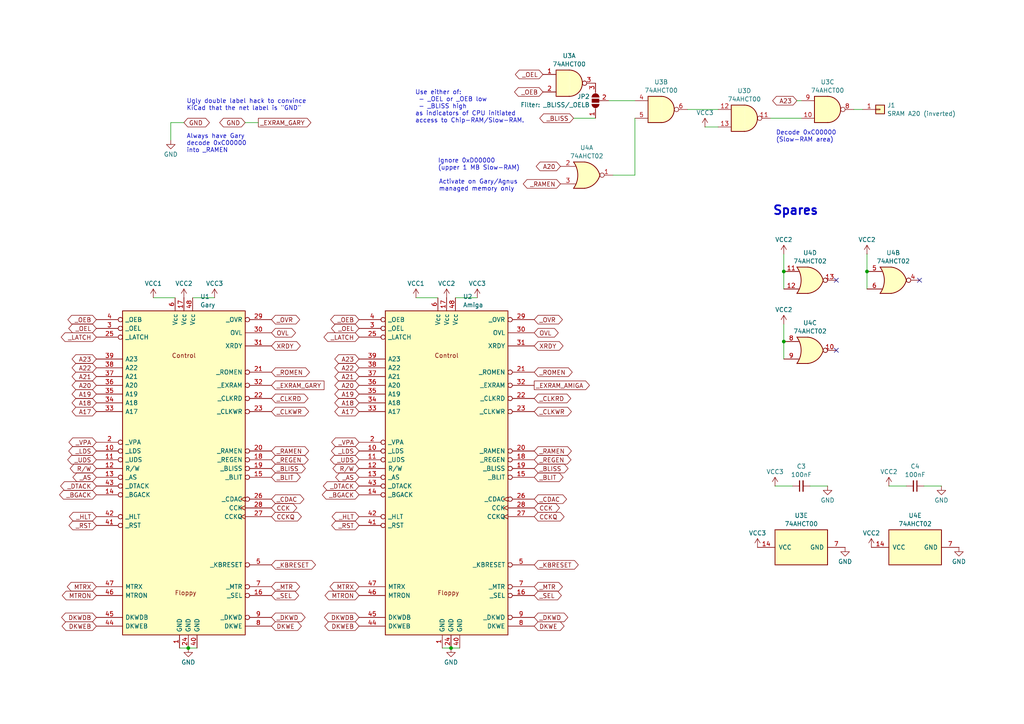
<source format=kicad_sch>
(kicad_sch (version 20231120) (generator "eeschema") (generator_version "8.0")
  (paper "A4")
  (lib_symbols
    (symbol "74xx:74HCT00" (pin_names (offset 1.016))
      (property "Reference" "U" (at 0 1.27 0))
      (property "Value" "74HCT00" (at 0 -1.27 0))
      (symbol "74HCT00_1_1"
        (arc (start 0 -3.81) (mid 3.7934 0) (end 0 3.81) (stroke (width 0.254)) (fill (type background)))
        (polyline (pts (xy 0 3.81) (xy -3.81 3.81) (xy -3.81 -3.81) (xy 0 -3.81)) (stroke (width 0.254)) (fill (type background)))
        (pin input line (at -7.62 2.54 0) (length 3.81) (name "~") (number "1"))
        (pin input line (at -7.62 -2.54 0) (length 3.81) (name "~") (number "2"))
        (pin output inverted (at 7.62 0 180) (length 3.81) (name "~") (number "3"))
      )
      (symbol "74HCT00_1_2"
        (arc (start -3.81 -3.81) (mid -2.589 0) (end -3.81 3.81) (stroke (width 0.254)))
        (arc (start -0.6096 -3.81) (mid 2.1842 -2.5851) (end 3.81 0) (stroke (width 0.254)) (fill (type background)))
        (polyline (pts (xy -3.81 -3.81) (xy -0.635 -3.81)) (stroke (width 0.254)) (fill (type background)))
        (polyline (pts (xy -3.81 3.81) (xy -0.635 3.81)) (stroke (width 0.254)) (fill (type background)))
        (polyline (pts (xy -0.635 3.81) (xy -3.81 3.81) (xy -3.81 3.81) (xy -3.556 3.4036) (xy -3.0226 2.2606) (xy -2.6924 1.0414) (xy -2.6162 -0.254) (xy -2.7686 -1.4986) (xy -3.175 -2.7178) (xy -3.81 -3.81) (xy -3.81 -3.81) (xy -0.635 -3.81)) (stroke (width -25.4)) (fill (type background)))
        (arc (start 3.81 0) (mid 2.1915 2.5936) (end -0.6096 3.81) (stroke (width 0.254)) (fill (type background)))
        (pin input inverted (at -7.62 2.54 0) (length 4.318) (name "~") (number "1"))
        (pin input inverted (at -7.62 -2.54 0) (length 4.318) (name "~") (number "2"))
        (pin output line (at 7.62 0 180) (length 3.81) (name "~") (number "3"))
      )
      (symbol "74HCT00_2_1"
        (arc (start 0 -3.81) (mid 3.7934 0) (end 0 3.81) (stroke (width 0.254)) (fill (type background)))
        (polyline (pts (xy 0 3.81) (xy -3.81 3.81) (xy -3.81 -3.81) (xy 0 -3.81)) (stroke (width 0.254)) (fill (type background)))
        (pin input line (at -7.62 2.54 0) (length 3.81) (name "~") (number "4"))
        (pin input line (at -7.62 -2.54 0) (length 3.81) (name "~") (number "5"))
        (pin output inverted (at 7.62 0 180) (length 3.81) (name "~") (number "6"))
      )
      (symbol "74HCT00_2_2"
        (arc (start -3.81 -3.81) (mid -2.589 0) (end -3.81 3.81) (stroke (width 0.254)))
        (arc (start -0.6096 -3.81) (mid 2.1842 -2.5851) (end 3.81 0) (stroke (width 0.254)) (fill (type background)))
        (polyline (pts (xy -3.81 -3.81) (xy -0.635 -3.81)) (stroke (width 0.254)) (fill (type background)))
        (polyline (pts (xy -3.81 3.81) (xy -0.635 3.81)) (stroke (width 0.254)) (fill (type background)))
        (polyline (pts (xy -0.635 3.81) (xy -3.81 3.81) (xy -3.81 3.81) (xy -3.556 3.4036) (xy -3.0226 2.2606) (xy -2.6924 1.0414) (xy -2.6162 -0.254) (xy -2.7686 -1.4986) (xy -3.175 -2.7178) (xy -3.81 -3.81) (xy -3.81 -3.81) (xy -0.635 -3.81)) (stroke (width -25.4)) (fill (type background)))
        (arc (start 3.81 0) (mid 2.1915 2.5936) (end -0.6096 3.81) (stroke (width 0.254)) (fill (type background)))
        (pin input inverted (at -7.62 2.54 0) (length 4.318) (name "~") (number "4"))
        (pin input inverted (at -7.62 -2.54 0) (length 4.318) (name "~") (number "5"))
        (pin output line (at 7.62 0 180) (length 3.81) (name "~") (number "6"))
      )
      (symbol "74HCT00_3_1"
        (arc (start 0 -3.81) (mid 3.7934 0) (end 0 3.81) (stroke (width 0.254)) (fill (type background)))
        (polyline (pts (xy 0 3.81) (xy -3.81 3.81) (xy -3.81 -3.81) (xy 0 -3.81)) (stroke (width 0.254)) (fill (type background)))
        (pin input line (at -7.62 -2.54 0) (length 3.81) (name "~") (number "10"))
        (pin output inverted (at 7.62 0 180) (length 3.81) (name "~") (number "8"))
        (pin input line (at -7.62 2.54 0) (length 3.81) (name "~") (number "9"))
      )
      (symbol "74HCT00_3_2"
        (arc (start -3.81 -3.81) (mid -2.589 0) (end -3.81 3.81) (stroke (width 0.254)))
        (arc (start -0.6096 -3.81) (mid 2.1842 -2.5851) (end 3.81 0) (stroke (width 0.254)) (fill (type background)))
        (polyline (pts (xy -3.81 -3.81) (xy -0.635 -3.81)) (stroke (width 0.254)) (fill (type background)))
        (polyline (pts (xy -3.81 3.81) (xy -0.635 3.81)) (stroke (width 0.254)) (fill (type background)))
        (polyline (pts (xy -0.635 3.81) (xy -3.81 3.81) (xy -3.81 3.81) (xy -3.556 3.4036) (xy -3.0226 2.2606) (xy -2.6924 1.0414) (xy -2.6162 -0.254) (xy -2.7686 -1.4986) (xy -3.175 -2.7178) (xy -3.81 -3.81) (xy -3.81 -3.81) (xy -0.635 -3.81)) (stroke (width -25.4)) (fill (type background)))
        (arc (start 3.81 0) (mid 2.1915 2.5936) (end -0.6096 3.81) (stroke (width 0.254)) (fill (type background)))
        (pin input inverted (at -7.62 -2.54 0) (length 4.318) (name "~") (number "10"))
        (pin output line (at 7.62 0 180) (length 3.81) (name "~") (number "8"))
        (pin input inverted (at -7.62 2.54 0) (length 4.318) (name "~") (number "9"))
      )
      (symbol "74HCT00_4_1"
        (arc (start 0 -3.81) (mid 3.7934 0) (end 0 3.81) (stroke (width 0.254)) (fill (type background)))
        (polyline (pts (xy 0 3.81) (xy -3.81 3.81) (xy -3.81 -3.81) (xy 0 -3.81)) (stroke (width 0.254)) (fill (type background)))
        (pin output inverted (at 7.62 0 180) (length 3.81) (name "~") (number "11"))
        (pin input line (at -7.62 2.54 0) (length 3.81) (name "~") (number "12"))
        (pin input line (at -7.62 -2.54 0) (length 3.81) (name "~") (number "13"))
      )
      (symbol "74HCT00_4_2"
        (arc (start -3.81 -3.81) (mid -2.589 0) (end -3.81 3.81) (stroke (width 0.254)))
        (arc (start -0.6096 -3.81) (mid 2.1842 -2.5851) (end 3.81 0) (stroke (width 0.254)) (fill (type background)))
        (polyline (pts (xy -3.81 -3.81) (xy -0.635 -3.81)) (stroke (width 0.254)) (fill (type background)))
        (polyline (pts (xy -3.81 3.81) (xy -0.635 3.81)) (stroke (width 0.254)) (fill (type background)))
        (polyline (pts (xy -0.635 3.81) (xy -3.81 3.81) (xy -3.81 3.81) (xy -3.556 3.4036) (xy -3.0226 2.2606) (xy -2.6924 1.0414) (xy -2.6162 -0.254) (xy -2.7686 -1.4986) (xy -3.175 -2.7178) (xy -3.81 -3.81) (xy -3.81 -3.81) (xy -0.635 -3.81)) (stroke (width -25.4)) (fill (type background)))
        (arc (start 3.81 0) (mid 2.1915 2.5936) (end -0.6096 3.81) (stroke (width 0.254)) (fill (type background)))
        (pin output line (at 7.62 0 180) (length 3.81) (name "~") (number "11"))
        (pin input inverted (at -7.62 2.54 0) (length 4.318) (name "~") (number "12"))
        (pin input inverted (at -7.62 -2.54 0) (length 4.318) (name "~") (number "13"))
      )
      (symbol "74HCT00_5_0"
        (pin power_in line (at 0 12.7 270) (length 5.08) (name "VCC") (number "14"))
        (pin power_in line (at 0 -12.7 90) (length 5.08) (name "GND") (number "7"))
      )
      (symbol "74HCT00_5_1"
        (rectangle (start -5.08 7.62) (end 5.08 -7.62) (stroke (width 0.254)) (fill (type background)))
      )
    )
    (symbol "74xx:74HCT02" (pin_names (offset 1.016))
      (property "Reference" "U" (at 0 1.27 0))
      (property "Value" "74HCT02" (at 0 -1.27 0))
      (symbol "74HCT02_1_1"
        (arc (start -3.81 -3.81) (mid -2.589 0) (end -3.81 3.81) (stroke (width 0.254)))
        (arc (start -0.6096 -3.81) (mid 2.1842 -2.5851) (end 3.81 0) (stroke (width 0.254)) (fill (type background)))
        (polyline (pts (xy -3.81 -3.81) (xy -0.635 -3.81)) (stroke (width 0.254)) (fill (type background)))
        (polyline (pts (xy -3.81 3.81) (xy -0.635 3.81)) (stroke (width 0.254)) (fill (type background)))
        (polyline (pts (xy -0.635 3.81) (xy -3.81 3.81) (xy -3.81 3.81) (xy -3.556 3.4036) (xy -3.0226 2.2606) (xy -2.6924 1.0414) (xy -2.6162 -0.254) (xy -2.7686 -1.4986) (xy -3.175 -2.7178) (xy -3.81 -3.81) (xy -3.81 -3.81) (xy -0.635 -3.81)) (stroke (width -25.4)) (fill (type background)))
        (arc (start 3.81 0) (mid 2.1915 2.5936) (end -0.6096 3.81) (stroke (width 0.254)) (fill (type background)))
        (pin output inverted (at 7.62 0 180) (length 3.81) (name "~") (number "1"))
        (pin input line (at -7.62 2.54 0) (length 4.318) (name "~") (number "2"))
        (pin input line (at -7.62 -2.54 0) (length 4.318) (name "~") (number "3"))
      )
      (symbol "74HCT02_1_2"
        (arc (start 0 -3.81) (mid 3.7934 0) (end 0 3.81) (stroke (width 0.254)) (fill (type background)))
        (polyline (pts (xy 0 3.81) (xy -3.81 3.81) (xy -3.81 -3.81) (xy 0 -3.81)) (stroke (width 0.254)) (fill (type background)))
        (pin output line (at 7.62 0 180) (length 3.81) (name "~") (number "1"))
        (pin input inverted (at -7.62 2.54 0) (length 3.81) (name "~") (number "2"))
        (pin input inverted (at -7.62 -2.54 0) (length 3.81) (name "~") (number "3"))
      )
      (symbol "74HCT02_2_1"
        (arc (start -3.81 -3.81) (mid -2.589 0) (end -3.81 3.81) (stroke (width 0.254)))
        (arc (start -0.6096 -3.81) (mid 2.1842 -2.5851) (end 3.81 0) (stroke (width 0.254)) (fill (type background)))
        (polyline (pts (xy -3.81 -3.81) (xy -0.635 -3.81)) (stroke (width 0.254)) (fill (type background)))
        (polyline (pts (xy -3.81 3.81) (xy -0.635 3.81)) (stroke (width 0.254)) (fill (type background)))
        (polyline (pts (xy -0.635 3.81) (xy -3.81 3.81) (xy -3.81 3.81) (xy -3.556 3.4036) (xy -3.0226 2.2606) (xy -2.6924 1.0414) (xy -2.6162 -0.254) (xy -2.7686 -1.4986) (xy -3.175 -2.7178) (xy -3.81 -3.81) (xy -3.81 -3.81) (xy -0.635 -3.81)) (stroke (width -25.4)) (fill (type background)))
        (arc (start 3.81 0) (mid 2.1915 2.5936) (end -0.6096 3.81) (stroke (width 0.254)) (fill (type background)))
        (pin output inverted (at 7.62 0 180) (length 3.81) (name "~") (number "4"))
        (pin input line (at -7.62 2.54 0) (length 4.318) (name "~") (number "5"))
        (pin input line (at -7.62 -2.54 0) (length 4.318) (name "~") (number "6"))
      )
      (symbol "74HCT02_2_2"
        (arc (start 0 -3.81) (mid 3.7934 0) (end 0 3.81) (stroke (width 0.254)) (fill (type background)))
        (polyline (pts (xy 0 3.81) (xy -3.81 3.81) (xy -3.81 -3.81) (xy 0 -3.81)) (stroke (width 0.254)) (fill (type background)))
        (pin output line (at 7.62 0 180) (length 3.81) (name "~") (number "4"))
        (pin input inverted (at -7.62 2.54 0) (length 3.81) (name "~") (number "5"))
        (pin input inverted (at -7.62 -2.54 0) (length 3.81) (name "~") (number "6"))
      )
      (symbol "74HCT02_3_1"
        (arc (start -3.81 -3.81) (mid -2.589 0) (end -3.81 3.81) (stroke (width 0.254)))
        (arc (start -0.6096 -3.81) (mid 2.1842 -2.5851) (end 3.81 0) (stroke (width 0.254)) (fill (type background)))
        (polyline (pts (xy -3.81 -3.81) (xy -0.635 -3.81)) (stroke (width 0.254)) (fill (type background)))
        (polyline (pts (xy -3.81 3.81) (xy -0.635 3.81)) (stroke (width 0.254)) (fill (type background)))
        (polyline (pts (xy -0.635 3.81) (xy -3.81 3.81) (xy -3.81 3.81) (xy -3.556 3.4036) (xy -3.0226 2.2606) (xy -2.6924 1.0414) (xy -2.6162 -0.254) (xy -2.7686 -1.4986) (xy -3.175 -2.7178) (xy -3.81 -3.81) (xy -3.81 -3.81) (xy -0.635 -3.81)) (stroke (width -25.4)) (fill (type background)))
        (arc (start 3.81 0) (mid 2.1915 2.5936) (end -0.6096 3.81) (stroke (width 0.254)) (fill (type background)))
        (pin output inverted (at 7.62 0 180) (length 3.81) (name "~") (number "10"))
        (pin input line (at -7.62 2.54 0) (length 4.318) (name "~") (number "8"))
        (pin input line (at -7.62 -2.54 0) (length 4.318) (name "~") (number "9"))
      )
      (symbol "74HCT02_3_2"
        (arc (start 0 -3.81) (mid 3.7934 0) (end 0 3.81) (stroke (width 0.254)) (fill (type background)))
        (polyline (pts (xy 0 3.81) (xy -3.81 3.81) (xy -3.81 -3.81) (xy 0 -3.81)) (stroke (width 0.254)) (fill (type background)))
        (pin output line (at 7.62 0 180) (length 3.81) (name "~") (number "10"))
        (pin input inverted (at -7.62 2.54 0) (length 3.81) (name "~") (number "8"))
        (pin input inverted (at -7.62 -2.54 0) (length 3.81) (name "~") (number "9"))
      )
      (symbol "74HCT02_4_1"
        (arc (start -3.81 -3.81) (mid -2.589 0) (end -3.81 3.81) (stroke (width 0.254)))
        (arc (start -0.6096 -3.81) (mid 2.1842 -2.5851) (end 3.81 0) (stroke (width 0.254)) (fill (type background)))
        (polyline (pts (xy -3.81 -3.81) (xy -0.635 -3.81)) (stroke (width 0.254)) (fill (type background)))
        (polyline (pts (xy -3.81 3.81) (xy -0.635 3.81)) (stroke (width 0.254)) (fill (type background)))
        (polyline (pts (xy -0.635 3.81) (xy -3.81 3.81) (xy -3.81 3.81) (xy -3.556 3.4036) (xy -3.0226 2.2606) (xy -2.6924 1.0414) (xy -2.6162 -0.254) (xy -2.7686 -1.4986) (xy -3.175 -2.7178) (xy -3.81 -3.81) (xy -3.81 -3.81) (xy -0.635 -3.81)) (stroke (width -25.4)) (fill (type background)))
        (arc (start 3.81 0) (mid 2.1915 2.5936) (end -0.6096 3.81) (stroke (width 0.254)) (fill (type background)))
        (pin input line (at -7.62 2.54 0) (length 4.318) (name "~") (number "11"))
        (pin input line (at -7.62 -2.54 0) (length 4.318) (name "~") (number "12"))
        (pin output inverted (at 7.62 0 180) (length 3.81) (name "~") (number "13"))
      )
      (symbol "74HCT02_4_2"
        (arc (start 0 -3.81) (mid 3.7934 0) (end 0 3.81) (stroke (width 0.254)) (fill (type background)))
        (polyline (pts (xy 0 3.81) (xy -3.81 3.81) (xy -3.81 -3.81) (xy 0 -3.81)) (stroke (width 0.254)) (fill (type background)))
        (pin input inverted (at -7.62 2.54 0) (length 3.81) (name "~") (number "11"))
        (pin input inverted (at -7.62 -2.54 0) (length 3.81) (name "~") (number "12"))
        (pin output line (at 7.62 0 180) (length 3.81) (name "~") (number "13"))
      )
      (symbol "74HCT02_5_0"
        (pin power_in line (at 0 12.7 270) (length 5.08) (name "VCC") (number "14"))
        (pin power_in line (at 0 -12.7 90) (length 5.08) (name "GND") (number "7"))
      )
      (symbol "74HCT02_5_1"
        (rectangle (start -5.08 7.62) (end 5.08 -7.62) (stroke (width 0.254)) (fill (type background)))
      )
    )
    (symbol "Amiga_Custom_Chips:Gary" (pin_names (offset 0.762))
      (property "Reference" "U" (at 0 2.54 0))
      (property "Value" "Gary" (at 0 -3.81 0))
      (symbol "Gary_0_1"
        (rectangle (start -17.78 46.99) (end 17.78 -46.99) (stroke (width 0.254)) (fill (type background)))
      )
      (symbol "Gary_1_1"
        (text "Control" (at 0 34.036 0) (effects (font (size 1.27 1.27))))
        (text "Floppy" (at 0.508 -34.798 0) (effects (font (size 1.27 1.27))))
        (pin power_in line (at -1.27 -50.8 90) (length 3.81) (name "GND") (number "1"))
        (pin input inverted (at -25.4 6.35 0) (length 7.62) (name "_LDS") (number "10"))
        (pin input inverted (at -25.4 3.81 0) (length 7.62) (name "_UDS") (number "11"))
        (pin input line (at -25.4 1.27 0) (length 7.62) (name "R/W") (number "12"))
        (pin input inverted (at -25.4 -1.27 0) (length 7.62) (name "_AS") (number "13"))
        (pin input inverted (at -25.4 -6.35 0) (length 7.62) (name "_BGACK") (number "14"))
        (pin input inverted (at 25.4 -1.27 180) (length 7.62) (name "_BLIT") (number "15"))
        (pin input inverted (at 25.4 -35.56 180) (length 7.62) (name "_SEL") (number "16"))
        (pin power_in line (at 0 50.8 270) (length 3.81) (name "Vcc") (number "17"))
        (pin output inverted (at 25.4 3.81 180) (length 7.62) (name "_REGEN") (number "18"))
        (pin output inverted (at 25.4 1.27 180) (length 7.62) (name "_BLISS") (number "19"))
        (pin output inverted (at -25.4 8.89 0) (length 7.62) (name "_VPA") (number "2"))
        (pin output inverted (at 25.4 6.35 180) (length 7.62) (name "_RAMEN") (number "20"))
        (pin output inverted (at 25.4 29.21 180) (length 7.62) (name "_ROMEN") (number "21"))
        (pin output inverted (at 25.4 21.59 180) (length 7.62) (name "_CLKRD") (number "22"))
        (pin output inverted (at 25.4 17.78 180) (length 7.62) (name "_CLKWR") (number "23"))
        (pin power_in line (at 1.27 -50.8 90) (length 3.81) (name "GND") (number "24"))
        (pin output inverted (at -25.4 39.37 0) (length 7.62) (name "_LATCH") (number "25"))
        (pin input inverted_clock (at 25.4 -7.62 180) (length 7.62) (name "_CDAC") (number "26"))
        (pin input clock (at 25.4 -12.7 180) (length 7.62) (name "CCKQ") (number "27"))
        (pin input clock (at 25.4 -10.16 180) (length 7.62) (name "CCK") (number "28"))
        (pin input inverted (at 25.4 44.45 180) (length 7.62) (name "_OVR") (number "29"))
        (pin output inverted (at -25.4 41.91 0) (length 7.62) (name "_OEL") (number "3"))
        (pin input line (at 25.4 40.64 180) (length 7.62) (name "OVL") (number "30"))
        (pin input line (at 25.4 36.83 180) (length 7.62) (name "XRDY") (number "31"))
        (pin input inverted (at 25.4 25.4 180) (length 7.62) (name "_EXRAM") (number "32"))
        (pin input line (at -25.4 17.78 0) (length 7.62) (name "A17") (number "33"))
        (pin input line (at -25.4 20.32 0) (length 7.62) (name "A18") (number "34"))
        (pin input line (at -25.4 22.86 0) (length 7.62) (name "A19") (number "35"))
        (pin input line (at -25.4 25.4 0) (length 7.62) (name "A20") (number "36"))
        (pin input line (at -25.4 27.94 0) (length 7.62) (name "A21") (number "37"))
        (pin input line (at -25.4 30.48 0) (length 7.62) (name "A22") (number "38"))
        (pin input line (at -25.4 33.02 0) (length 7.62) (name "A23") (number "39"))
        (pin output inverted (at -25.4 44.45 0) (length 7.62) (name "_OEB") (number "4"))
        (pin power_in line (at 3.81 -50.8 90) (length 3.81) (name "GND") (number "40"))
        (pin output inverted (at -25.4 -15.24 0) (length 7.62) (name "_RST") (number "41"))
        (pin output inverted (at -25.4 -12.7 0) (length 7.62) (name "_HLT") (number "42"))
        (pin output inverted (at -25.4 -3.81 0) (length 7.62) (name "_DTACK") (number "43"))
        (pin output line (at -25.4 -44.45 0) (length 7.62) (name "DKWEB") (number "44"))
        (pin output line (at -25.4 -41.91 0) (length 7.62) (name "DKWDB") (number "45"))
        (pin output line (at -25.4 -35.56 0) (length 7.62) (name "MTRON") (number "46"))
        (pin output line (at -25.4 -33.02 0) (length 7.62) (name "MTRX") (number "47"))
        (pin power_in line (at 2.54 50.8 270) (length 3.81) (name "Vcc") (number "48"))
        (pin input inverted (at 25.4 -26.67 180) (length 7.62) (name "_KBRESET") (number "5"))
        (pin power_in line (at -2.54 50.8 270) (length 3.81) (name "Vcc") (number "6"))
        (pin input inverted (at 25.4 -33.02 180) (length 7.62) (name "_MTR") (number "7"))
        (pin input line (at 25.4 -44.45 180) (length 7.62) (name "DKWE") (number "8"))
        (pin input inverted (at 25.4 -41.91 180) (length 7.62) (name "_DKWD") (number "9"))
      )
    )
    (symbol "Connector_Generic:Conn_01x01" (pin_names (offset 1.016) hide)
      (property "Reference" "J" (at 0 2.54 0))
      (property "Value" "Conn_01x01" (at 0 -2.54 0))
      (symbol "Conn_01x01_1_1"
        (rectangle (start -1.27 0.127) (end 0 -0.127) (stroke (width 0.1524)))
        (rectangle (start -1.27 1.27) (end 1.27 -1.27) (stroke (width 0.254)) (fill (type background)))
        (pin passive line (at -5.08 0 0) (length 3.81) (name "Pin_1") (number "1"))
      )
    )
    (symbol "Device:C_Small" (pin_numbers hide) (pin_names (offset 0.254) hide)
      (property "Reference" "C" (at 0.254 1.778 0))
      (property "Value" "C_Small" (at 0.254 -2.032 0))
      (symbol "C_Small_0_1"
        (polyline (pts (xy -1.524 -0.508) (xy 1.524 -0.508)) (stroke (width 0.3302)))
        (polyline (pts (xy -1.524 0.508) (xy 1.524 0.508)) (stroke (width 0.3048)))
      )
      (symbol "C_Small_1_1"
        (pin passive line (at 0 2.54 270) (length 2.032) (name "~") (number "1"))
        (pin passive line (at 0 -2.54 90) (length 2.032) (name "~") (number "2"))
      )
    )
    (symbol "Jumper:SolderJumper_3_Open" (pin_names (offset 0) hide) (exclude_from_sim yes) (in_bom no)
      (property "Reference" "JP" (at -2.54 -2.54 0))
      (property "Value" "SolderJumper_3_Open" (at 0 2.794 0))
      (symbol "SolderJumper_3_Open_0_1"
        (arc (start -1.016 1.016) (mid -2.0276 0) (end -1.016 -1.016))
        (arc (start -1.016 1.016) (mid -2.0276 0) (end -1.016 -1.016) (fill (type outline)))
        (rectangle (start -0.508 1.016) (end 0.508 -1.016) (fill (type outline)))
        (polyline (pts (xy -2.54 0) (xy -2.032 0)))
        (polyline (pts (xy -1.016 1.016) (xy -1.016 -1.016)))
        (polyline (pts (xy 0 -1.27) (xy 0 -1.016)))
        (polyline (pts (xy 1.016 1.016) (xy 1.016 -1.016)))
        (polyline (pts (xy 2.54 0) (xy 2.032 0)))
        (arc (start 1.016 -1.016) (mid 2.0276 0) (end 1.016 1.016))
        (arc (start 1.016 -1.016) (mid 2.0276 0) (end 1.016 1.016) (fill (type outline)))
      )
      (symbol "SolderJumper_3_Open_1_1"
        (pin passive line (at -5.08 0 0) (length 2.54) (name "A") (number "1"))
        (pin passive line (at 0 -3.81 90) (length 2.54) (name "C") (number "2"))
        (pin passive line (at 5.08 0 180) (length 2.54) (name "B") (number "3"))
      )
    )
    (symbol "power:GND" (power) (pin_numbers hide) (pin_names (offset 0) hide)
      (property "Value" "GND" (at 0 -3.81 0))
      (symbol "GND_0_1"
        (polyline (pts (xy 0 0) (xy 0 -1.27) (xy 1.27 -1.27) (xy 0 -2.54) (xy -1.27 -1.27) (xy 0 -1.27)))
      )
      (symbol "GND_1_1"
        (pin power_in line (at 0 0 270) (length 0) (name "~") (number "1"))
      )
    )
    (symbol "power:VCC" (power) (pin_numbers hide) (pin_names (offset 0) hide)
      (property "Value" "VCC" (at 0 3.556 0))
      (symbol "VCC_0_1"
        (polyline (pts (xy -0.762 1.27) (xy 0 2.54)))
        (polyline (pts (xy 0 0) (xy 0 2.54)))
        (polyline (pts (xy 0 2.54) (xy 0.762 1.27)))
      )
      (symbol "VCC_1_1"
        (pin power_in line (at 0 0 90) (length 0) (name "~") (number "1"))
      )
    )
  )
  (junction (at 227.33 78.74))
  (junction (at 227.33 99.06))
  (junction (at 54.61 187.96))
  (junction (at 130.81 187.96))
  (junction (at 251.46 78.74))
  (no_connect (at 242.57 81.28))
  (no_connect (at 242.57 101.6))
  (no_connect (at 266.7 81.28))
  (wire (pts (xy 44.45 86.36) (xy 50.8 86.36)))
  (wire (pts (xy 227.33 78.74) (xy 227.33 83.82)))
  (wire (pts (xy 204.47 36.83) (xy 208.28 36.83)))
  (wire (pts (xy 184.15 50.8) (xy 184.15 34.29)))
  (wire (pts (xy 130.81 187.96) (xy 133.35 187.96)))
  (wire (pts (xy 251.46 78.74) (xy 251.46 83.82)))
  (wire (pts (xy 199.39 31.75) (xy 208.28 31.75)))
  (wire (pts (xy 53.34 35.56) (xy 49.53 35.56)))
  (wire (pts (xy 251.46 73.66) (xy 251.46 78.74)))
  (wire (pts (xy 120.65 86.36) (xy 127 86.36)))
  (wire (pts (xy 166.37 34.29) (xy 172.72 34.29)))
  (wire (pts (xy 247.65 31.75) (xy 250.19 31.75)))
  (wire (pts (xy 71.12 35.56) (xy 74.93 35.56)))
  (wire (pts (xy 132.08 86.36) (xy 138.43 86.36)))
  (wire (pts (xy 231.14 29.21) (xy 232.41 29.21)))
  (wire (pts (xy 257.81 140.97) (xy 262.89 140.97)))
  (wire (pts (xy 54.61 187.96) (xy 57.15 187.96)))
  (wire (pts (xy 176.53 29.21) (xy 184.15 29.21)))
  (wire (pts (xy 227.33 73.66) (xy 227.33 78.74)))
  (wire (pts (xy 177.8 50.8) (xy 184.15 50.8)))
  (wire (pts (xy 49.53 35.56) (xy 49.53 40.64)))
  (wire (pts (xy 234.95 140.97) (xy 240.03 140.97)))
  (wire (pts (xy 128.27 187.96) (xy 130.81 187.96)))
  (wire (pts (xy 227.33 93.98) (xy 227.33 99.06)))
  (wire (pts (xy 52.07 187.96) (xy 54.61 187.96)))
  (wire (pts (xy 224.79 140.97) (xy 229.87 140.97)))
  (wire (pts (xy 223.52 34.29) (xy 232.41 34.29)))
  (wire (pts (xy 227.33 99.06) (xy 227.33 104.14)))
  (wire (pts (xy 55.88 86.36) (xy 62.23 86.36)))
  (wire (pts (xy 267.97 140.97) (xy 273.05 140.97)))
  (text "Spares" (at 224.028 59.69 0) (effects (font (size 2.54 2.54) (thickness 0.508) (bold yes)) (justify left top)))
  (text "Decode 0xC00000\n(Slow-RAM area)" (at 225.044 37.846 0) (effects (font (size 1.27 1.27)) (justify left top)))
  (text "Ignore 0xD00000\n(upper 1 MB Slow-RAM)" (at 127 47.752 0) (effects (font (size 1.27 1.27)) (justify left)))
  (text "Activate on Gary/Agnus\nmanaged memory only" (at 127.254 53.848 0) (effects (font (size 1.27 1.27)) (justify left)))
  (text "Always have Gary\ndecode 0xC00000\ninto _RAMEN" (at 54.102 38.862 0) (effects (font (size 1.27 1.27)) (justify left top)))
  (text "Ugly double label hack to convince\nKiCad that the net label is \"GND\"" (at 54.102 28.702 0) (effects (font (size 1.27 1.27)) (justify left top)))
  (text "Use either of:\n - _OEL or _OEB low\n - _BLISS high\nas indicators of CPU initiated\naccess to Chip-RAM/Slow-RAM." (at 120.396 35.814 0) (effects (font (size 1.27 1.27)) (justify left bottom)))
  (global_label "A19" (shape bidirectional) (at 104.14 114.3 180) (property "Intersheetrefs" "${INTERSHEET_REFS}" (effects (hide yes))))
  (global_label "A21" (shape bidirectional) (at 104.14 109.22 180) (property "Intersheetrefs" "${INTERSHEET_REFS}" (effects (hide yes))))
  (global_label "_BGACK" (shape bidirectional) (at 104.14 143.51 180) (property "Intersheetrefs" "${INTERSHEET_REFS}" (effects (hide yes))))
  (global_label "CCK" (shape bidirectional) (at 154.94 147.32 0) (property "Intersheetrefs" "${INTERSHEET_REFS}" (effects (hide yes))))
  (global_label "_REGEN" (shape bidirectional) (at 78.74 133.35 0) (property "Intersheetrefs" "${INTERSHEET_REFS}" (effects (hide yes))))
  (global_label "_SEL" (shape bidirectional) (at 154.94 172.72 0) (property "Intersheetrefs" "${INTERSHEET_REFS}" (effects (hide yes))))
  (global_label "A17" (shape bidirectional) (at 27.94 119.38 180) (property "Intersheetrefs" "${INTERSHEET_REFS}" (effects (hide yes))))
  (global_label "_SEL" (shape bidirectional) (at 78.74 172.72 0) (property "Intersheetrefs" "${INTERSHEET_REFS}" (effects (hide yes))))
  (global_label "_DKWD" (shape bidirectional) (at 154.94 179.07 0) (property "Intersheetrefs" "${INTERSHEET_REFS}" (effects (hide yes))))
  (global_label "_AS" (shape bidirectional) (at 27.94 138.43 180) (property "Intersheetrefs" "${INTERSHEET_REFS}" (effects (hide yes))))
  (global_label "A18" (shape bidirectional) (at 27.94 116.84 180) (property "Intersheetrefs" "${INTERSHEET_REFS}" (effects (hide yes))))
  (global_label "_BLIT" (shape bidirectional) (at 78.74 138.43 0) (property "Intersheetrefs" "${INTERSHEET_REFS}" (effects (hide yes))))
  (global_label "_CLKWR" (shape bidirectional) (at 78.74 119.38 0) (property "Intersheetrefs" "${INTERSHEET_REFS}" (effects (hide yes))))
  (global_label "_LATCH" (shape bidirectional) (at 27.94 97.79 180) (property "Intersheetrefs" "${INTERSHEET_REFS}" (effects (hide yes))))
  (global_label "A22" (shape bidirectional) (at 104.14 106.68 180) (property "Intersheetrefs" "${INTERSHEET_REFS}" (effects (hide yes))))
  (global_label "A23" (shape bidirectional) (at 104.14 104.14 180) (property "Intersheetrefs" "${INTERSHEET_REFS}" (effects (hide yes))))
  (global_label "DKWE" (shape bidirectional) (at 154.94 181.61 0) (property "Intersheetrefs" "${INTERSHEET_REFS}" (effects (hide yes))))
  (global_label "DKWEB" (shape bidirectional) (at 104.14 181.61 180) (property "Intersheetrefs" "${INTERSHEET_REFS}" (effects (hide yes))))
  (global_label "MTRX" (shape bidirectional) (at 104.14 170.18 180) (property "Intersheetrefs" "${INTERSHEET_REFS}" (effects (hide yes))))
  (global_label "A17" (shape bidirectional) (at 104.14 119.38 180) (property "Intersheetrefs" "${INTERSHEET_REFS}" (effects (hide yes))))
  (global_label "DKWDB" (shape bidirectional) (at 104.14 179.07 180) (property "Intersheetrefs" "${INTERSHEET_REFS}" (effects (hide yes))))
  (global_label "_MTR" (shape bidirectional) (at 78.74 170.18 0) (property "Intersheetrefs" "${INTERSHEET_REFS}" (effects (hide yes))))
  (global_label "MTRON" (shape bidirectional) (at 104.14 172.72 180) (property "Intersheetrefs" "${INTERSHEET_REFS}" (effects (hide yes))))
  (global_label "_EXRAM_GARY" (shape output) (at 74.93 35.56 0) (property "Intersheetrefs" "${INTERSHEET_REFS}" (effects (hide yes))))
  (global_label "A23" (shape bidirectional) (at 27.94 104.14 180) (property "Intersheetrefs" "${INTERSHEET_REFS}" (effects (hide yes))))
  (global_label "OVL" (shape bidirectional) (at 78.74 96.52 0) (property "Intersheetrefs" "${INTERSHEET_REFS}" (effects (hide yes))))
  (global_label "_EXRAM_AMIGA" (shape output) (at 154.94 111.76 0) (property "Intersheetrefs" "${INTERSHEET_REFS}" (effects (hide yes))))
  (global_label "GND" (shape bidirectional) (at 71.12 35.56 180) (property "Intersheetrefs" "${INTERSHEET_REFS}" (effects (hide yes))))
  (global_label "_OEB" (shape bidirectional) (at 104.14 92.71 180) (property "Intersheetrefs" "${INTERSHEET_REFS}" (effects (hide yes))))
  (global_label "_OEL" (shape bidirectional) (at 157.48 21.59 180) (property "Intersheetrefs" "${INTERSHEET_REFS}" (effects (hide yes))))
  (global_label "_REGEN" (shape bidirectional) (at 154.94 133.35 0) (property "Intersheetrefs" "${INTERSHEET_REFS}" (effects (hide yes))))
  (global_label "_RAMEN" (shape bidirectional) (at 78.74 130.81 0) (property "Intersheetrefs" "${INTERSHEET_REFS}" (effects (hide yes))))
  (global_label "DKWDB" (shape bidirectional) (at 27.94 179.07 180) (property "Intersheetrefs" "${INTERSHEET_REFS}" (effects (hide yes))))
  (global_label "XRDY" (shape bidirectional) (at 154.94 100.33 0) (property "Intersheetrefs" "${INTERSHEET_REFS}" (effects (hide yes))))
  (global_label "GND" (shape bidirectional) (at 53.34 35.56 0) (property "Intersheetrefs" "${INTERSHEET_REFS}" (effects (hide yes))))
  (global_label "A20" (shape bidirectional) (at 162.56 48.26 180) (property "Intersheetrefs" "${INTERSHEET_REFS}" (effects (hide yes))))
  (global_label "_KBRESET" (shape bidirectional) (at 154.94 163.83 0) (property "Intersheetrefs" "${INTERSHEET_REFS}" (effects (hide yes))))
  (global_label "_KBRESET" (shape bidirectional) (at 78.74 163.83 0) (property "Intersheetrefs" "${INTERSHEET_REFS}" (effects (hide yes))))
  (global_label "MTRX" (shape bidirectional) (at 27.94 170.18 180) (property "Intersheetrefs" "${INTERSHEET_REFS}" (effects (hide yes))))
  (global_label "_DTACK" (shape bidirectional) (at 27.94 140.97 180) (property "Intersheetrefs" "${INTERSHEET_REFS}" (effects (hide yes))))
  (global_label "MTRON" (shape bidirectional) (at 27.94 172.72 180) (property "Intersheetrefs" "${INTERSHEET_REFS}" (effects (hide yes))))
  (global_label "_RST" (shape bidirectional) (at 104.14 152.4 180) (property "Intersheetrefs" "${INTERSHEET_REFS}" (effects (hide yes))))
  (global_label "_BLIT" (shape bidirectional) (at 154.94 138.43 0) (property "Intersheetrefs" "${INTERSHEET_REFS}" (effects (hide yes))))
  (global_label "_BLISS" (shape bidirectional) (at 166.37 34.29 180) (property "Intersheetrefs" "${INTERSHEET_REFS}" (effects (hide yes))))
  (global_label "_DKWD" (shape bidirectional) (at 78.74 179.07 0) (property "Intersheetrefs" "${INTERSHEET_REFS}" (effects (hide yes))))
  (global_label "_LDS" (shape bidirectional) (at 27.94 130.81 180) (property "Intersheetrefs" "${INTERSHEET_REFS}" (effects (hide yes))))
  (global_label "_EXRAM_GARY" (shape input) (at 78.74 111.76 0) (property "Intersheetrefs" "${INTERSHEET_REFS}" (effects (hide yes))))
  (global_label "_HLT" (shape bidirectional) (at 27.94 149.86 180) (property "Intersheetrefs" "${INTERSHEET_REFS}" (effects (hide yes))))
  (global_label "_OEB" (shape bidirectional) (at 27.94 92.71 180) (property "Intersheetrefs" "${INTERSHEET_REFS}" (effects (hide yes))))
  (global_label "_HLT" (shape bidirectional) (at 104.14 149.86 180) (property "Intersheetrefs" "${INTERSHEET_REFS}" (effects (hide yes))))
  (global_label "_RAMEN" (shape bidirectional) (at 162.56 53.34 180) (property "Intersheetrefs" "${INTERSHEET_REFS}" (effects (hide yes))))
  (global_label "_BLISS" (shape bidirectional) (at 154.94 135.89 0) (property "Intersheetrefs" "${INTERSHEET_REFS}" (effects (hide yes))))
  (global_label "_ROMEN" (shape bidirectional) (at 154.94 107.95 0) (property "Intersheetrefs" "${INTERSHEET_REFS}" (effects (hide yes))))
  (global_label "R{slash}W" (shape bidirectional) (at 104.14 135.89 180) (property "Intersheetrefs" "${INTERSHEET_REFS}" (effects (hide yes))))
  (global_label "XRDY" (shape bidirectional) (at 78.74 100.33 0) (property "Intersheetrefs" "${INTERSHEET_REFS}" (effects (hide yes))))
  (global_label "A19" (shape bidirectional) (at 27.94 114.3 180) (property "Intersheetrefs" "${INTERSHEET_REFS}" (effects (hide yes))))
  (global_label "A20" (shape bidirectional) (at 104.14 111.76 180) (property "Intersheetrefs" "${INTERSHEET_REFS}" (effects (hide yes))))
  (global_label "_VPA" (shape bidirectional) (at 104.14 128.27 180) (property "Intersheetrefs" "${INTERSHEET_REFS}" (effects (hide yes))))
  (global_label "_ROMEN" (shape bidirectional) (at 78.74 107.95 0) (property "Intersheetrefs" "${INTERSHEET_REFS}" (effects (hide yes))))
  (global_label "_DTACK" (shape bidirectional) (at 104.14 140.97 180) (property "Intersheetrefs" "${INTERSHEET_REFS}" (effects (hide yes))))
  (global_label "_VPA" (shape bidirectional) (at 27.94 128.27 180) (property "Intersheetrefs" "${INTERSHEET_REFS}" (effects (hide yes))))
  (global_label "_OEL" (shape bidirectional) (at 27.94 95.25 180) (property "Intersheetrefs" "${INTERSHEET_REFS}" (effects (hide yes))))
  (global_label "_CLKRD" (shape bidirectional) (at 154.94 115.57 0) (property "Intersheetrefs" "${INTERSHEET_REFS}" (effects (hide yes))))
  (global_label "A22" (shape bidirectional) (at 27.94 106.68 180) (property "Intersheetrefs" "${INTERSHEET_REFS}" (effects (hide yes))))
  (global_label "CCKQ" (shape bidirectional) (at 154.94 149.86 0) (property "Intersheetrefs" "${INTERSHEET_REFS}" (effects (hide yes))))
  (global_label "_AS" (shape bidirectional) (at 104.14 138.43 180) (property "Intersheetrefs" "${INTERSHEET_REFS}" (effects (hide yes))))
  (global_label "DKWEB" (shape bidirectional) (at 27.94 181.61 180) (property "Intersheetrefs" "${INTERSHEET_REFS}" (effects (hide yes))))
  (global_label "_UDS" (shape bidirectional) (at 27.94 133.35 180) (property "Intersheetrefs" "${INTERSHEET_REFS}" (effects (hide yes))))
  (global_label "_CLKRD" (shape bidirectional) (at 78.74 115.57 0) (property "Intersheetrefs" "${INTERSHEET_REFS}" (effects (hide yes))))
  (global_label "OVL" (shape bidirectional) (at 154.94 96.52 0) (property "Intersheetrefs" "${INTERSHEET_REFS}" (effects (hide yes))))
  (global_label "_CDAC" (shape bidirectional) (at 154.94 144.78 0) (property "Intersheetrefs" "${INTERSHEET_REFS}" (effects (hide yes))))
  (global_label "CCK" (shape bidirectional) (at 78.74 147.32 0) (property "Intersheetrefs" "${INTERSHEET_REFS}" (effects (hide yes))))
  (global_label "_LATCH" (shape bidirectional) (at 104.14 97.79 180) (property "Intersheetrefs" "${INTERSHEET_REFS}" (effects (hide yes))))
  (global_label "A23" (shape bidirectional) (at 231.14 29.21 180) (property "Intersheetrefs" "${INTERSHEET_REFS}" (effects (hide yes))))
  (global_label "_OEB" (shape bidirectional) (at 157.48 26.67 180) (property "Intersheetrefs" "${INTERSHEET_REFS}" (effects (hide yes))))
  (global_label "_UDS" (shape bidirectional) (at 104.14 133.35 180) (property "Intersheetrefs" "${INTERSHEET_REFS}" (effects (hide yes))))
  (global_label "_MTR" (shape bidirectional) (at 154.94 170.18 0) (property "Intersheetrefs" "${INTERSHEET_REFS}" (effects (hide yes))))
  (global_label "_OVR" (shape bidirectional) (at 154.94 92.71 0) (property "Intersheetrefs" "${INTERSHEET_REFS}" (effects (hide yes))))
  (global_label "CCKQ" (shape bidirectional) (at 78.74 149.86 0) (property "Intersheetrefs" "${INTERSHEET_REFS}" (effects (hide yes))))
  (global_label "DKWE" (shape bidirectional) (at 78.74 181.61 0) (property "Intersheetrefs" "${INTERSHEET_REFS}" (effects (hide yes))))
  (global_label "A21" (shape bidirectional) (at 27.94 109.22 180) (property "Intersheetrefs" "${INTERSHEET_REFS}" (effects (hide yes))))
  (global_label "_OVR" (shape bidirectional) (at 78.74 92.71 0) (property "Intersheetrefs" "${INTERSHEET_REFS}" (effects (hide yes))))
  (global_label "_BLISS" (shape bidirectional) (at 78.74 135.89 0) (property "Intersheetrefs" "${INTERSHEET_REFS}" (effects (hide yes))))
  (global_label "A18" (shape bidirectional) (at 104.14 116.84 180) (property "Intersheetrefs" "${INTERSHEET_REFS}" (effects (hide yes))))
  (global_label "_BGACK" (shape bidirectional) (at 27.94 143.51 180) (property "Intersheetrefs" "${INTERSHEET_REFS}" (effects (hide yes))))
  (global_label "_RST" (shape bidirectional) (at 27.94 152.4 180) (property "Intersheetrefs" "${INTERSHEET_REFS}" (effects (hide yes))))
  (global_label "A20" (shape bidirectional) (at 27.94 111.76 180) (property "Intersheetrefs" "${INTERSHEET_REFS}" (effects (hide yes))))
  (global_label "_RAMEN" (shape bidirectional) (at 154.94 130.81 0) (property "Intersheetrefs" "${INTERSHEET_REFS}" (effects (hide yes))))
  (global_label "_OEL" (shape bidirectional) (at 104.14 95.25 180) (property "Intersheetrefs" "${INTERSHEET_REFS}" (effects (hide yes))))
  (global_label "R{slash}W" (shape bidirectional) (at 27.94 135.89 180) (property "Intersheetrefs" "${INTERSHEET_REFS}" (effects (hide yes))))
  (global_label "_CLKWR" (shape bidirectional) (at 154.94 119.38 0) (property "Intersheetrefs" "${INTERSHEET_REFS}" (effects (hide yes))))
  (global_label "_CDAC" (shape bidirectional) (at 78.74 144.78 0) (property "Intersheetrefs" "${INTERSHEET_REFS}" (effects (hide yes))))
  (global_label "_LDS" (shape bidirectional) (at 104.14 130.81 180) (property "Intersheetrefs" "${INTERSHEET_REFS}" (effects (hide yes))))
  (symbol (lib_id "power:VCC") (at 204.47 36.83 0) (unit 1)
    (property "Reference" "#PWR019" (effects (hide yes)))
    (property "Value" "VCC3" (at 204.47 32.6969 0))
    (property "Description" "Power symbol creates a global label with name \"VCC\"" (effects (hide yes)))
  )
  (symbol (lib_id "Amiga_Custom_Chips:Gary") (at 53.34 137.16 0) (unit 1)
    (property "Reference" "U1" (at 58.0741 86.0255 0) (effects (justify left)))
    (property "Value" "Gary" (at 58.0741 88.4498 0) (effects (justify left)))
    (property "Footprint" "Package_DIP:DIP-48_W15.24mm_Socket_LongPads" (effects (hide yes)))
    (property "Description" "A500 timing belt" (effects (hide yes)))
  )
  (symbol (lib_id "power:VCC") (at 251.46 73.66 0) (unit 1)
    (property "Reference" "#PWR022" (effects (hide yes)))
    (property "Value" "VCC2" (at 251.46 69.5269 0))
    (property "Description" "Power symbol creates a global label with name \"VCC\"" (effects (hide yes)))
  )
  (symbol (lib_id "74xx:74HCT00") (at 232.41 158.75 90) (unit 5)
    (property "Reference" "U3" (at 232.41 149.5255 90))
    (property "Value" "74AHCT00" (at 232.41 151.9498 90))
    (property "Footprint" "Package_SO:SOIC-14_3.9x8.7mm_P1.27mm" (effects (hide yes)))
    (property "Datasheet" "http://www.ti.com/lit/gpn/sn74hct00" (effects (hide yes)))
    (property "Description" "quad 2-input NAND gate" (effects (hide yes)))
  )
  (symbol (lib_id "74xx:74HCT00") (at 240.03 31.75 0) (unit 3)
    (property "Reference" "U3" (at 240.0217 23.7955 0))
    (property "Value" "74AHCT00" (at 240.0217 26.2198 0))
    (property "Footprint" "Package_SO:SOIC-14_3.9x8.7mm_P1.27mm" (effects (hide yes)))
    (property "Datasheet" "http://www.ti.com/lit/gpn/sn74hct00" (effects (hide yes)))
    (property "Description" "quad 2-input NAND gate" (effects (hide yes)))
  )
  (symbol (lib_id "74xx:74HCT02") (at 265.43 158.75 90) (unit 5)
    (property "Reference" "U4" (at 265.43 149.5255 90))
    (property "Value" "74AHCT02" (at 265.43 151.9498 90))
    (property "Footprint" "Package_SO:SOIC-14_3.9x8.7mm_P1.27mm" (effects (hide yes)))
    (property "Datasheet" "http://www.ti.com/lit/gpn/sn74hct02" (effects (hide yes)))
    (property "Description" "quad 2-input NOR gate" (effects (hide yes)))
  )
  (symbol (lib_id "power:GND") (at 278.13 158.75 0) (unit 1)
    (property "Reference" "#PWR010" (effects (hide yes)))
    (property "Value" "GND" (at 278.13 162.8831 0))
    (property "Description" "Power symbol creates a global label with name \"GND\" , ground" (effects (hide yes)))
  )
  (symbol (lib_id "power:GND") (at 54.61 187.96 0) (unit 1)
    (property "Reference" "#PWR01" (effects (hide yes)))
    (property "Value" "GND" (at 54.61 192.0931 0))
    (property "Description" "Power symbol creates a global label with name \"GND\" , ground" (effects (hide yes)))
  )
  (symbol (lib_id "power:VCC") (at 257.81 140.97 0) (unit 1)
    (property "Reference" "#PWR018" (effects (hide yes)))
    (property "Value" "VCC2" (at 257.81 136.8369 0))
    (property "Description" "Power symbol creates a global label with name \"VCC\"" (effects (hide yes)))
  )
  (symbol (lib_id "power:VCC") (at 44.45 86.36 0) (unit 1)
    (property "Reference" "#PWR012" (effects (hide yes)))
    (property "Value" "VCC1" (at 44.45 82.2269 0))
    (property "Description" "Power symbol creates a global label with name \"VCC\"" (effects (hide yes)))
  )
  (symbol (lib_id "power:VCC") (at 129.54 86.36 0) (unit 1)
    (property "Reference" "#PWR014" (effects (hide yes)))
    (property "Value" "VCC2" (at 129.54 82.2269 0))
    (property "Description" "Power symbol creates a global label with name \"VCC\"" (effects (hide yes)))
  )
  (symbol (lib_id "74xx:74HCT02") (at 259.08 81.28 0) (unit 2)
    (property "Reference" "U4" (at 259.08 73.3255 0))
    (property "Value" "74AHCT02" (at 259.08 75.7498 0))
    (property "Footprint" "Package_SO:SOIC-14_3.9x8.7mm_P1.27mm" (effects (hide yes)))
    (property "Datasheet" "http://www.ti.com/lit/gpn/sn74hct02" (effects (hide yes)))
    (property "Description" "quad 2-input NOR gate" (effects (hide yes)))
  )
  (symbol (lib_id "74xx:74HCT02") (at 234.95 81.28 0) (unit 4)
    (property "Reference" "U4" (at 234.95 73.3255 0))
    (property "Value" "74AHCT02" (at 234.95 75.7498 0))
    (property "Footprint" "Package_SO:SOIC-14_3.9x8.7mm_P1.27mm" (effects (hide yes)))
    (property "Datasheet" "http://www.ti.com/lit/gpn/sn74hct02" (effects (hide yes)))
    (property "Description" "quad 2-input NOR gate" (effects (hide yes)))
  )
  (symbol (lib_id "power:GND") (at 240.03 140.97 0) (unit 1)
    (property "Reference" "#PWR016" (effects (hide yes)))
    (property "Value" "GND" (at 240.03 145.1031 0))
    (property "Description" "Power symbol creates a global label with name \"GND\" , ground" (effects (hide yes)))
  )
  (symbol (lib_id "74xx:74HCT00") (at 215.9 34.29 0) (unit 4)
    (property "Reference" "U3" (at 215.8917 26.3355 0))
    (property "Value" "74AHCT00" (at 215.8917 28.7598 0))
    (property "Footprint" "Package_SO:SOIC-14_3.9x8.7mm_P1.27mm" (effects (hide yes)))
    (property "Datasheet" "http://www.ti.com/lit/gpn/sn74hct00" (effects (hide yes)))
    (property "Description" "quad 2-input NAND gate" (effects (hide yes)))
  )
  (symbol (lib_id "Amiga_Custom_Chips:Gary") (at 129.54 137.16 0) (unit 1)
    (property "Reference" "U2" (at 134.2741 86.0255 0) (effects (justify left)))
    (property "Value" "Amiga" (at 134.2741 88.4498 0) (effects (justify left)))
    (property "Footprint" "Package_DIP:DIP-48_W15.24mm_Socket_LongPads" (effects (hide yes)))
    (property "Description" "A500 timing belt" (effects (hide yes)))
  )
  (symbol (lib_id "74xx:74HCT02") (at 234.95 101.6 0) (unit 3)
    (property "Reference" "U4" (at 234.95 93.6455 0))
    (property "Value" "74AHCT02" (at 234.95 96.0698 0))
    (property "Footprint" "Package_SO:SOIC-14_3.9x8.7mm_P1.27mm" (effects (hide yes)))
    (property "Datasheet" "http://www.ti.com/lit/gpn/sn74hct02" (effects (hide yes)))
    (property "Description" "quad 2-input NOR gate" (effects (hide yes)))
  )
  (symbol (lib_id "Connector_Generic:Conn_01x01") (at 255.27 31.75 0) (unit 1)
    (property "Reference" "J1" (at 257.302 30.5378 0) (effects (justify left)))
    (property "Value" "SRAM A20 (inverted)" (at 257.302 32.9621 0) (effects (justify left)))
    (property "Footprint" "Connector_PinHeader_2.54mm:PinHeader_1x01_P2.54mm_Vertical" (effects (hide yes)))
    (property "Description" "Generic connector, single row, 01x01, script generated (kicad-library-utils/schlib/autogen/connector/)" (effects (hide yes)))
  )
  (symbol (lib_id "power:VCC") (at 224.79 140.97 0) (unit 1)
    (property "Reference" "#PWR011" (effects (hide yes)))
    (property "Value" "VCC3" (at 224.79 136.8369 0))
    (property "Description" "Power symbol creates a global label with name \"VCC\"" (effects (hide yes)))
  )
  (symbol (lib_id "74xx:74HCT00") (at 191.77 31.75 0) (unit 2)
    (property "Reference" "U3" (at 191.7617 23.7955 0))
    (property "Value" "74AHCT00" (at 191.7617 26.2198 0))
    (property "Footprint" "Package_SO:SOIC-14_3.9x8.7mm_P1.27mm" (effects (hide yes)))
    (property "Datasheet" "http://www.ti.com/lit/gpn/sn74hct00" (effects (hide yes)))
    (property "Description" "quad 2-input NAND gate" (effects (hide yes)))
  )
  (symbol (lib_id "74xx:74HCT00") (at 165.1 24.13 0) (unit 1)
    (property "Reference" "U3" (at 165.0917 16.1755 0))
    (property "Value" "74AHCT00" (at 165.0917 18.5998 0))
    (property "Footprint" "Package_SO:SOIC-14_3.9x8.7mm_P1.27mm" (effects (hide yes)))
    (property "Datasheet" "http://www.ti.com/lit/gpn/sn74hct00" (effects (hide yes)))
    (property "Description" "quad 2-input NAND gate" (effects (hide yes)))
  )
  (symbol (lib_id "Device:C_Small") (at 265.43 140.97 270) (mirror x) (unit 1)
    (property "Reference" "C4" (at 265.4237 135.2634 90))
    (property "Value" "100nF" (at 265.4237 137.6877 90))
    (property "Footprint" "Capacitor_SMD:C_0805_2012Metric_Pad1.18x1.45mm_HandSolder" (effects (hide yes)))
    (property "Description" "Unpolarized capacitor, small symbol" (effects (hide yes)))
  )
  (symbol (lib_id "power:VCC") (at 62.23 86.36 0) (unit 1)
    (property "Reference" "#PWR013" (effects (hide yes)))
    (property "Value" "VCC3" (at 62.23 82.2269 0))
    (property "Description" "Power symbol creates a global label with name \"VCC\"" (effects (hide yes)))
  )
  (symbol (lib_id "power:VCC") (at 227.33 73.66 0) (unit 1)
    (property "Reference" "#PWR021" (effects (hide yes)))
    (property "Value" "VCC2" (at 227.33 69.5269 0))
    (property "Description" "Power symbol creates a global label with name \"VCC\"" (effects (hide yes)))
  )
  (symbol (lib_id "Device:C_Small") (at 232.41 140.97 90) (unit 1)
    (property "Reference" "C3" (at 232.4163 135.2634 90))
    (property "Value" "100nF" (at 232.4163 137.6877 90))
    (property "Footprint" "Capacitor_SMD:C_0805_2012Metric_Pad1.18x1.45mm_HandSolder" (effects (hide yes)))
    (property "Description" "Unpolarized capacitor, small symbol" (effects (hide yes)))
  )
  (symbol (lib_id "power:GND") (at 273.05 140.97 0) (unit 1)
    (property "Reference" "#PWR017" (effects (hide yes)))
    (property "Value" "GND" (at 273.05 145.1031 0))
    (property "Description" "Power symbol creates a global label with name \"GND\" , ground" (effects (hide yes)))
  )
  (symbol (lib_id "74xx:74HCT02") (at 170.18 50.8 0) (unit 1)
    (property "Reference" "U4" (at 170.18 42.8455 0))
    (property "Value" "74AHCT02" (at 170.18 45.2698 0))
    (property "Footprint" "Package_SO:SOIC-14_3.9x8.7mm_P1.27mm" (effects (hide yes)))
    (property "Datasheet" "http://www.ti.com/lit/gpn/sn74hct02" (effects (hide yes)))
    (property "Description" "quad 2-input NOR gate" (effects (hide yes)))
  )
  (symbol (lib_id "power:VCC") (at 53.34 86.36 0) (unit 1)
    (property "Reference" "#PWR03" (effects (hide yes)))
    (property "Value" "VCC2" (at 53.34 82.2269 0))
    (property "Description" "Power symbol creates a global label with name \"VCC\"" (effects (hide yes)))
  )
  (symbol (lib_id "power:VCC") (at 138.43 86.36 0) (unit 1)
    (property "Reference" "#PWR015" (effects (hide yes)))
    (property "Value" "VCC3" (at 138.43 82.2269 0))
    (property "Description" "Power symbol creates a global label with name \"VCC\"" (effects (hide yes)))
  )
  (symbol (lib_id "power:VCC") (at 227.33 93.98 0) (unit 1)
    (property "Reference" "#PWR05" (effects (hide yes)))
    (property "Value" "VCC2" (at 227.33 89.8469 0))
    (property "Description" "Power symbol creates a global label with name \"VCC\"" (effects (hide yes)))
  )
  (symbol (lib_id "power:VCC") (at 252.73 158.75 0) (unit 1)
    (property "Reference" "#PWR08" (effects (hide yes)))
    (property "Value" "VCC2" (at 252.73 154.6169 0))
    (property "Description" "Power symbol creates a global label with name \"VCC\"" (effects (hide yes)))
  )
  (symbol (lib_id "power:GND") (at 49.53 40.64 0) (unit 1)
    (property "Reference" "#PWR06" (effects (hide yes)))
    (property "Value" "GND" (at 49.53 44.7731 0))
    (property "Description" "Power symbol creates a global label with name \"GND\" , ground" (effects (hide yes)))
  )
  (symbol (lib_id "Jumper:SolderJumper_3_Open") (at 172.72 29.21 90) (unit 1) (exclude_from_sim yes) (in_bom no)
    (property "Reference" "JP2" (at 171.0691 27.9978 90) (effects (justify left)))
    (property "Value" "Filter: _BLISS/_OELB" (at 171.0691 30.4221 90) (effects (justify left)))
    (property "Footprint" "Jumper:SolderJumper-3_P1.3mm_Open_RoundedPad1.0x1.5mm" (effects (hide yes)))
    (property "Description" "Solder Jumper, 3-pole, open" (effects (hide yes)))
  )
  (symbol (lib_id "power:GND") (at 130.81 187.96 0) (unit 1)
    (property "Reference" "#PWR02" (effects (hide yes)))
    (property "Value" "GND" (at 130.81 192.0931 0))
    (property "Description" "Power symbol creates a global label with name \"GND\" , ground" (effects (hide yes)))
  )
  (symbol (lib_id "power:VCC") (at 120.65 86.36 0) (unit 1)
    (property "Reference" "#PWR04" (effects (hide yes)))
    (property "Value" "VCC1" (at 120.65 82.2269 0))
    (property "Description" "Power symbol creates a global label with name \"VCC\"" (effects (hide yes)))
  )
  (symbol (lib_id "power:GND") (at 245.11 158.75 0) (unit 1)
    (property "Reference" "#PWR09" (effects (hide yes)))
    (property "Value" "GND" (at 245.11 162.8831 0))
    (property "Description" "Power symbol creates a global label with name \"GND\" , ground" (effects (hide yes)))
  )
  (symbol (lib_id "power:VCC") (at 219.71 158.75 0) (unit 1)
    (property "Reference" "#PWR07" (effects (hide yes)))
    (property "Value" "VCC3" (at 219.71 154.6169 0))
    (property "Description" "Power symbol creates a global label with name \"VCC\"" (effects (hide yes)))
  )
)
</source>
